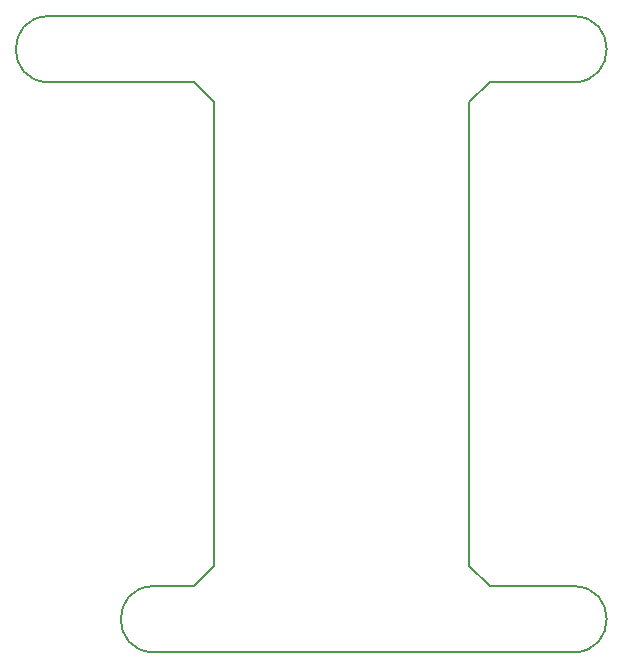
<source format=gm1>
G04 #@! TF.GenerationSoftware,KiCad,Pcbnew,5.1.5*
G04 #@! TF.CreationDate,2020-04-17T15:56:53+02:00*
G04 #@! TF.ProjectId,rpi_mrf_radio_shield,7270695f-6d72-4665-9f72-6164696f5f73,rev?*
G04 #@! TF.SameCoordinates,Original*
G04 #@! TF.FileFunction,Profile,NP*
%FSLAX46Y46*%
G04 Gerber Fmt 4.6, Leading zero omitted, Abs format (unit mm)*
G04 Created by KiCad (PCBNEW 5.1.5) date 2020-04-17 15:56:53*
%MOMM*%
%LPD*%
G04 APERTURE LIST*
%ADD10C,0.150000*%
G04 APERTURE END LIST*
D10*
X130238500Y-90678000D02*
X142557500Y-90678000D01*
X144272000Y-92392500D02*
X142557500Y-90678000D01*
X144272000Y-131635500D02*
X144272000Y-92392500D01*
X142557500Y-133350000D02*
X144272000Y-131635500D01*
X139128500Y-133350000D02*
X142557500Y-133350000D01*
X174688500Y-138938000D02*
X139128500Y-138938000D01*
X139128500Y-138938000D02*
G75*
G02X139128500Y-133350000I0J2794000D01*
G01*
X165862000Y-131635500D02*
X165862000Y-130619500D01*
X167576500Y-133350000D02*
X165862000Y-131635500D01*
X174688500Y-133350000D02*
X167576500Y-133350000D01*
X174688500Y-133350000D02*
G75*
G02X174688500Y-138938000I0J-2794000D01*
G01*
X165862000Y-92392500D02*
X165862000Y-130619500D01*
X167576500Y-90678000D02*
X165862000Y-92392500D01*
X174688500Y-90678000D02*
X167576500Y-90678000D01*
X174688500Y-85090000D02*
X130238500Y-85090000D01*
X174688500Y-85090000D02*
G75*
G02X174688500Y-90678000I0J-2794000D01*
G01*
X130238500Y-90678000D02*
G75*
G02X130238500Y-85090000I0J2794000D01*
G01*
M02*

</source>
